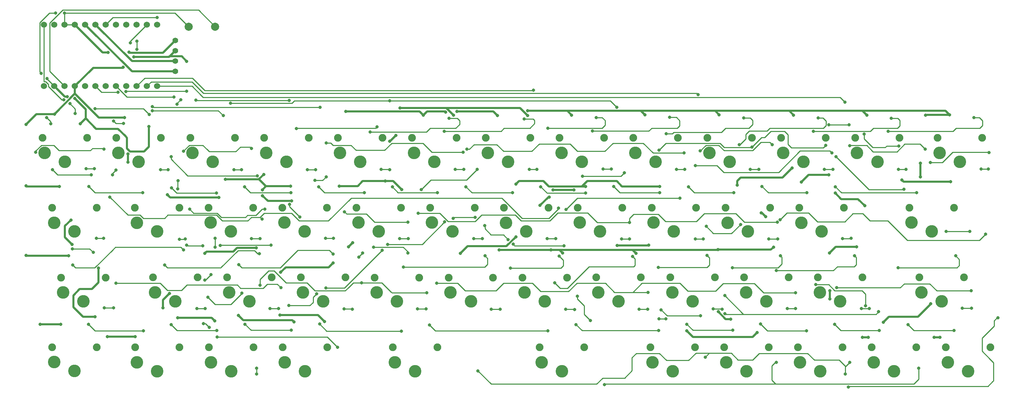
<source format=gtl>
G04 #@! TF.GenerationSoftware,KiCad,Pcbnew,(6.0.9)*
G04 #@! TF.CreationDate,2022-11-10T16:14:01+09:00*
G04 #@! TF.ProjectId,meow48,6d656f77-3438-42e6-9b69-6361645f7063,rev?*
G04 #@! TF.SameCoordinates,Original*
G04 #@! TF.FileFunction,Copper,L1,Top*
G04 #@! TF.FilePolarity,Positive*
%FSLAX46Y46*%
G04 Gerber Fmt 4.6, Leading zero omitted, Abs format (unit mm)*
G04 Created by KiCad (PCBNEW (6.0.9)) date 2022-11-10 16:14:01*
%MOMM*%
%LPD*%
G01*
G04 APERTURE LIST*
G04 #@! TA.AperFunction,WasherPad*
%ADD10C,1.900000*%
G04 #@! TD*
G04 #@! TA.AperFunction,WasherPad*
%ADD11C,3.100000*%
G04 #@! TD*
G04 #@! TA.AperFunction,ComponentPad*
%ADD12C,1.524000*%
G04 #@! TD*
G04 #@! TA.AperFunction,ComponentPad*
%ADD13C,2.000000*%
G04 #@! TD*
G04 #@! TA.AperFunction,ComponentPad*
%ADD14C,1.397000*%
G04 #@! TD*
G04 #@! TA.AperFunction,ViaPad*
%ADD15C,0.800000*%
G04 #@! TD*
G04 #@! TA.AperFunction,Conductor*
%ADD16C,0.250000*%
G04 #@! TD*
G04 #@! TA.AperFunction,Conductor*
%ADD17C,0.500000*%
G04 #@! TD*
G04 APERTURE END LIST*
D10*
X99990000Y-115390000D03*
D11*
X89490000Y-119090000D03*
X94490000Y-121290000D03*
D10*
X88990000Y-115390000D03*
X86300000Y-132650000D03*
D11*
X80800000Y-138550000D03*
D10*
X75300000Y-132650000D03*
D11*
X75800000Y-136350000D03*
X217580000Y-104080000D03*
X212580000Y-101880000D03*
D10*
X212080000Y-98180000D03*
X223080000Y-98180000D03*
X125410000Y-115400000D03*
D11*
X125910000Y-119100000D03*
D10*
X136410000Y-115400000D03*
D11*
X130910000Y-121300000D03*
X194330000Y-101860000D03*
D10*
X193830000Y-98160000D03*
X204830000Y-98160000D03*
D11*
X199330000Y-104060000D03*
X139670000Y-101860000D03*
D10*
X150170000Y-98160000D03*
X139170000Y-98160000D03*
D11*
X144670000Y-104060000D03*
D10*
X159220000Y-132660000D03*
D11*
X148720000Y-136360000D03*
X153720000Y-138560000D03*
D10*
X148220000Y-132660000D03*
D11*
X76310000Y-155790000D03*
X71310000Y-153590000D03*
D10*
X70810000Y-149890000D03*
X81810000Y-149890000D03*
D11*
X203510000Y-155790000D03*
X198510000Y-153590000D03*
D10*
X209010000Y-149890000D03*
X198010000Y-149890000D03*
X140980000Y-132660000D03*
D11*
X130480000Y-136360000D03*
D10*
X129980000Y-132660000D03*
D11*
X135480000Y-138560000D03*
X167390000Y-121300000D03*
X162390000Y-119100000D03*
D10*
X172890000Y-115400000D03*
X161890000Y-115400000D03*
X254720000Y-115400000D03*
X243720000Y-115400000D03*
D11*
X244220000Y-119100000D03*
X249220000Y-121300000D03*
X94020000Y-136350000D03*
X99020000Y-138550000D03*
D10*
X93520000Y-132650000D03*
X104520000Y-132650000D03*
D11*
X94550000Y-155790000D03*
D10*
X100050000Y-149890000D03*
X89050000Y-149890000D03*
D11*
X89550000Y-153590000D03*
D10*
X232140000Y-132640000D03*
D11*
X226640000Y-138540000D03*
X221640000Y-136340000D03*
D10*
X221140000Y-132640000D03*
D12*
X30152000Y-70183600D03*
X32692000Y-70183600D03*
X35232000Y-70183600D03*
X37772000Y-70183600D03*
X40312000Y-70183600D03*
X42852000Y-70183600D03*
X45392000Y-70183600D03*
X47932000Y-70183600D03*
X50472000Y-70183600D03*
X53012000Y-70183600D03*
X55552000Y-70183600D03*
X58092000Y-70183600D03*
X58092000Y-85403600D03*
X55552000Y-85403600D03*
X53012000Y-85403600D03*
X50472000Y-85403600D03*
X47932000Y-85403600D03*
X45392000Y-85403600D03*
X42852000Y-85403600D03*
X40312000Y-85403600D03*
X37772000Y-85403600D03*
X35232000Y-85403600D03*
X32692000Y-85403600D03*
X30152000Y-85403600D03*
D10*
X227240000Y-149900000D03*
D11*
X221740000Y-155800000D03*
X216740000Y-153600000D03*
D10*
X216240000Y-149900000D03*
D11*
X144150000Y-119110000D03*
D10*
X143650000Y-115410000D03*
X154650000Y-115410000D03*
D11*
X149150000Y-121310000D03*
D10*
X122740000Y-132660000D03*
D11*
X117240000Y-138560000D03*
D10*
X111740000Y-132660000D03*
D11*
X112240000Y-136360000D03*
X251200000Y-101850000D03*
X256200000Y-104050000D03*
D10*
X261700000Y-98150000D03*
X250700000Y-98150000D03*
D11*
X39860000Y-138570000D03*
X34860000Y-136370000D03*
D10*
X34360000Y-132670000D03*
X45360000Y-132670000D03*
X40780000Y-98180000D03*
D11*
X30280000Y-101880000D03*
X35280000Y-104080000D03*
D10*
X29780000Y-98180000D03*
X175600000Y-98160000D03*
X186600000Y-98160000D03*
D11*
X176100000Y-101860000D03*
X181100000Y-104060000D03*
D10*
X163490000Y-149920000D03*
D11*
X152990000Y-153620000D03*
X157990000Y-155820000D03*
D10*
X152490000Y-149920000D03*
D11*
X258210000Y-155790000D03*
D10*
X263710000Y-149890000D03*
D11*
X253210000Y-153590000D03*
D10*
X252710000Y-149890000D03*
X77250000Y-98160000D03*
X66250000Y-98160000D03*
D11*
X66750000Y-101860000D03*
X71750000Y-104060000D03*
D13*
X72372000Y-70685000D03*
X65872000Y-70685000D03*
D11*
X89960000Y-104080000D03*
X84960000Y-101880000D03*
D10*
X95460000Y-98180000D03*
X84460000Y-98180000D03*
X191100000Y-115400000D03*
X180100000Y-115400000D03*
D11*
X180600000Y-119100000D03*
X185600000Y-121300000D03*
X121750000Y-155810000D03*
D10*
X116250000Y-149910000D03*
X127250000Y-149910000D03*
D11*
X116750000Y-153610000D03*
X185280000Y-155790000D03*
X180280000Y-153590000D03*
D10*
X190780000Y-149890000D03*
X179780000Y-149890000D03*
D11*
X251650000Y-138500000D03*
D10*
X257150000Y-132600000D03*
D11*
X246650000Y-136300000D03*
D10*
X246150000Y-132600000D03*
X102690000Y-98180000D03*
D11*
X103190000Y-101880000D03*
X108190000Y-104080000D03*
D10*
X113690000Y-98180000D03*
D14*
X62530000Y-81730000D03*
X62530000Y-79190000D03*
X62530000Y-76650000D03*
X62530000Y-74110000D03*
D10*
X57060000Y-132650000D03*
D11*
X62560000Y-138550000D03*
D10*
X68060000Y-132650000D03*
D11*
X57560000Y-136350000D03*
D10*
X63590000Y-149885000D03*
D11*
X53090000Y-153585000D03*
X58090000Y-155785000D03*
D10*
X52590000Y-149885000D03*
D11*
X235810000Y-104080000D03*
D10*
X230310000Y-98180000D03*
D11*
X230810000Y-101880000D03*
D10*
X241310000Y-98180000D03*
X32110000Y-115410000D03*
D11*
X37610000Y-121310000D03*
D10*
X43110000Y-115410000D03*
D11*
X32610000Y-119110000D03*
X222040000Y-121310000D03*
D10*
X216540000Y-115410000D03*
D11*
X217040000Y-119110000D03*
D10*
X227540000Y-115410000D03*
X202920000Y-132640000D03*
D11*
X203420000Y-136340000D03*
D10*
X213920000Y-132640000D03*
D11*
X208420000Y-138540000D03*
D10*
X120940000Y-98180000D03*
X131940000Y-98180000D03*
D11*
X121440000Y-101880000D03*
X126440000Y-104080000D03*
X37630000Y-155760000D03*
D10*
X43130000Y-149860000D03*
X32130000Y-149860000D03*
D11*
X32630000Y-153560000D03*
X171960000Y-138540000D03*
X166960000Y-136340000D03*
D10*
X166460000Y-132640000D03*
X177460000Y-132640000D03*
D11*
X53490000Y-104080000D03*
D10*
X47990000Y-98180000D03*
X58990000Y-98180000D03*
D11*
X48490000Y-101880000D03*
X162900000Y-104060000D03*
X157900000Y-101860000D03*
D10*
X168400000Y-98160000D03*
X157400000Y-98160000D03*
D11*
X112710000Y-121300000D03*
X107710000Y-119100000D03*
D10*
X118210000Y-115400000D03*
X107210000Y-115400000D03*
D11*
X198820000Y-119110000D03*
D10*
X209320000Y-115410000D03*
D11*
X203820000Y-121310000D03*
D10*
X198320000Y-115410000D03*
D11*
X239950000Y-155795000D03*
D10*
X245450000Y-149895000D03*
X234450000Y-149895000D03*
D11*
X234950000Y-153595000D03*
X53050000Y-119110000D03*
D10*
X63550000Y-115410000D03*
D11*
X58050000Y-121310000D03*
D10*
X52550000Y-115410000D03*
D11*
X71270000Y-119100000D03*
D10*
X70770000Y-115400000D03*
X81770000Y-115400000D03*
D11*
X76270000Y-121300000D03*
D10*
X195700000Y-132640000D03*
D11*
X190200000Y-138540000D03*
D10*
X184700000Y-132640000D03*
D11*
X185200000Y-136340000D03*
D15*
X228834500Y-94940000D03*
X232590000Y-97254479D03*
X223050000Y-100030000D03*
X76150000Y-89630000D03*
X223844500Y-94957792D03*
X181930000Y-101195500D03*
X171530000Y-90629115D03*
X241058389Y-100177013D03*
X58070000Y-68470000D03*
X204837701Y-100467701D03*
X115470000Y-89000000D03*
X42560000Y-105810000D03*
X40540000Y-105790000D03*
X99780000Y-107770000D03*
X97034312Y-108665688D03*
X188100000Y-101920000D03*
X61480000Y-102840000D03*
X82770000Y-107510500D03*
X242344500Y-110872072D03*
X225640000Y-102840000D03*
X134480000Y-100970000D03*
X263380000Y-101830000D03*
X248930000Y-104260000D03*
X99765500Y-99400000D03*
X133590000Y-101710000D03*
X190905500Y-105000000D03*
X224580000Y-101860000D03*
X78890000Y-106060000D03*
X76980000Y-106030000D03*
X83915688Y-118205688D03*
X202040000Y-119540000D03*
X157140000Y-115550000D03*
X193560000Y-120030000D03*
X187080000Y-113050000D03*
X158965500Y-115890000D03*
X46405500Y-112780000D03*
X113370000Y-105970000D03*
X115430000Y-106000000D03*
X104285500Y-116400000D03*
X53046499Y-74273501D03*
X84649500Y-115790000D03*
X53016901Y-76293099D03*
X119900000Y-118960000D03*
X174610000Y-119090000D03*
X211100000Y-118970000D03*
X66080000Y-115800000D03*
X93262299Y-117747701D03*
X211840000Y-118370000D03*
X122485500Y-116750498D03*
X262550000Y-121920000D03*
X90690000Y-114620000D03*
X168090000Y-105850000D03*
X170180000Y-105850000D03*
X99700000Y-135215500D03*
X136538389Y-117777013D03*
X144689312Y-123269312D03*
X47061880Y-107336479D03*
X114920000Y-124455500D03*
X88590688Y-135180688D03*
X97399500Y-136664500D03*
X90595500Y-139590000D03*
X113550000Y-125904500D03*
X47902635Y-106128037D03*
X198180000Y-137130000D03*
X145925688Y-124435688D03*
X181940500Y-142830000D03*
X131080000Y-118055500D03*
X47850000Y-134020000D03*
X138930000Y-119870000D03*
X158430000Y-124800000D03*
X51456901Y-74733099D03*
X164984500Y-143260000D03*
X236130000Y-141100000D03*
X161760000Y-137280000D03*
X129001449Y-118926048D03*
X198193438Y-141576562D03*
X183639500Y-142830000D03*
X206570000Y-105970000D03*
X204410000Y-105940000D03*
X70560000Y-137540000D03*
X63187299Y-108722701D03*
X259000000Y-135910000D03*
X215590000Y-136400000D03*
X127055500Y-134010498D03*
X69350000Y-124810000D03*
X225803668Y-135165500D03*
X124580000Y-136430000D03*
X62964951Y-89875049D03*
X83470000Y-134565500D03*
X78959500Y-136550000D03*
X65350000Y-124690000D03*
X179240000Y-136310000D03*
X63152701Y-110737299D03*
X108530000Y-133940000D03*
X63854549Y-88715451D03*
X241050000Y-105940000D03*
X242870000Y-105970000D03*
X210870000Y-153620000D03*
X246009194Y-155070500D03*
X82630000Y-156514500D03*
X41810000Y-107330000D03*
X32190000Y-106000000D03*
X168442500Y-159102500D03*
X82610000Y-155065500D03*
X58895500Y-106010000D03*
X60790000Y-106010000D03*
X69482701Y-144062701D03*
X50316499Y-86763501D03*
X228680000Y-159674500D03*
X48368832Y-86865030D03*
X72375500Y-125130000D03*
X65364500Y-86680000D03*
X228980000Y-153620000D03*
X72870000Y-147350000D03*
X227900000Y-156524500D03*
X69855500Y-133250000D03*
X72377299Y-122962701D03*
X102560000Y-149850000D03*
X71304500Y-131930000D03*
X265570000Y-142610000D03*
X137232701Y-155702701D03*
X70937823Y-144995500D03*
X193350000Y-152300000D03*
X95160000Y-106000000D03*
X97130000Y-106000000D03*
X131610000Y-105910000D03*
X133700000Y-105910000D03*
X186240000Y-105940000D03*
X188270000Y-105940000D03*
X224870000Y-105910000D03*
X222690000Y-105910000D03*
X263230000Y-105850000D03*
X261410000Y-105820000D03*
X44820000Y-122990000D03*
X43100000Y-122970000D03*
X83430000Y-123040000D03*
X81370000Y-123040000D03*
X149910000Y-105970000D03*
X151790000Y-105970000D03*
X156450000Y-123060000D03*
X154350000Y-123060000D03*
X190860000Y-123090000D03*
X192800000Y-123130000D03*
X229320000Y-123000000D03*
X227190000Y-123030000D03*
X64994500Y-123167700D03*
X63545500Y-123177280D03*
X101600000Y-122970000D03*
X99600000Y-122970000D03*
X120030000Y-123060000D03*
X117900000Y-123030000D03*
X174660000Y-123090000D03*
X172650000Y-123130000D03*
X209040000Y-123090000D03*
X211170000Y-123090000D03*
X252820000Y-121250000D03*
X258610000Y-121290000D03*
X44990000Y-140140000D03*
X47309021Y-140180000D03*
X85910000Y-140300000D03*
X88010000Y-140320000D03*
X136170000Y-123060000D03*
X138300000Y-123060000D03*
X161100000Y-140540000D03*
X158850000Y-140510000D03*
X197520000Y-140450000D03*
X195330000Y-140390000D03*
X231880000Y-140330000D03*
X233860000Y-140360000D03*
X67860000Y-140340000D03*
X69910000Y-140360000D03*
X104160000Y-140390000D03*
X106260000Y-140450000D03*
X124400000Y-140420000D03*
X122310000Y-140420000D03*
X177030000Y-140450000D03*
X179090000Y-140450000D03*
X213570000Y-140330000D03*
X215640000Y-140360000D03*
X259040000Y-140250000D03*
X256800000Y-140250000D03*
X140550000Y-140480000D03*
X142680000Y-140510000D03*
X52280000Y-78160000D03*
X224030000Y-126560000D03*
X105267701Y-125082299D03*
X91280000Y-113739979D03*
X50850160Y-102155914D03*
X146570000Y-122590000D03*
X25690000Y-127200000D03*
X160340000Y-92530000D03*
X146650000Y-109560000D03*
X182090000Y-110150000D03*
X106282299Y-124047701D03*
X179377299Y-124692701D03*
X25690000Y-94850000D03*
X74930000Y-108360000D03*
X199592299Y-142952299D03*
X224041883Y-137951883D03*
X32730000Y-92270000D03*
X247690000Y-92530000D03*
X84070000Y-110985500D03*
X78120000Y-142050000D03*
X33950000Y-110170000D03*
X253600000Y-92470000D03*
X196760000Y-92470000D03*
X142000000Y-92620000D03*
X224062285Y-135882285D03*
X91000000Y-110130000D03*
X214780000Y-105600000D03*
X84370000Y-107190000D03*
X129264312Y-91835688D03*
X84081210Y-112434500D03*
X123760000Y-92590000D03*
X249010000Y-139120000D03*
X25690000Y-110010000D03*
X49668512Y-80741488D03*
X50030000Y-93150000D03*
X104630000Y-91670000D03*
X215120000Y-92530000D03*
X233210000Y-92590000D03*
X50852635Y-104202635D03*
X29205500Y-144220000D03*
X246462701Y-104392701D03*
X171580000Y-124730000D03*
X132035286Y-91670000D03*
X201220000Y-109810000D03*
X34260000Y-144190000D03*
X178480000Y-92500000D03*
X36230000Y-127240000D03*
X230680000Y-125080000D03*
X196530000Y-141114500D03*
X149489991Y-91478615D03*
X132920000Y-126650000D03*
X163820000Y-110210000D03*
X246447299Y-107767299D03*
X237330000Y-143680000D03*
X72232299Y-143362299D03*
X65364500Y-79300000D03*
X63160000Y-142610000D03*
X91830000Y-143650000D03*
X31840000Y-94700000D03*
X42764491Y-90956447D03*
X30750000Y-93119500D03*
X56140000Y-92410000D03*
X35023566Y-88775059D03*
X37830000Y-92180000D03*
X36505688Y-89695688D03*
X99370000Y-143500000D03*
X232680000Y-114930000D03*
X118030000Y-90820500D03*
X102972701Y-110087299D03*
X82480000Y-125344500D03*
X29427500Y-82220000D03*
X158120000Y-126610000D03*
X149490000Y-92680000D03*
X208240044Y-117600044D03*
X253914799Y-109014799D03*
X249785500Y-147410000D03*
X160890000Y-111045500D03*
X35169520Y-67294500D03*
X207120445Y-116670446D03*
X114330000Y-108850000D03*
X210160000Y-125130000D03*
X152570000Y-114840000D03*
X36790000Y-118460000D03*
X118390000Y-110955500D03*
X37070000Y-124470000D03*
X45963512Y-77036488D03*
X73260000Y-112870000D03*
X206120000Y-146210000D03*
X39090000Y-94720000D03*
X223840000Y-107290000D03*
X241899511Y-108590489D03*
X69855500Y-126700000D03*
X37772000Y-88429376D03*
X251234500Y-147410000D03*
X155720000Y-111045500D03*
X233594500Y-147440000D03*
X55990000Y-95380000D03*
X52667299Y-147287299D03*
X225410000Y-111790000D03*
X30876500Y-83514589D03*
X176240000Y-126700000D03*
X101500000Y-129040000D03*
X115454216Y-98971185D03*
X142462701Y-125837299D03*
X88340000Y-141900000D03*
X116990000Y-97550000D03*
X61079500Y-136590000D03*
X59487910Y-140153465D03*
X35844312Y-87954312D03*
X60630000Y-112250000D03*
X32997221Y-67317221D03*
X232145500Y-147440000D03*
X154832299Y-112797701D03*
X45735011Y-147260000D03*
X42740000Y-142370000D03*
X88558190Y-131381810D03*
X43600000Y-130320000D03*
X155287299Y-125837299D03*
X217054312Y-109075688D03*
X51100000Y-77000000D03*
X188800000Y-145780000D03*
X196487701Y-125732299D03*
X131190000Y-92560000D03*
X49785688Y-94615688D03*
X74360000Y-92690000D03*
X47310000Y-93999500D03*
X56825500Y-91460000D03*
X67649312Y-88870688D03*
X90630000Y-88900000D03*
X92433549Y-95894925D03*
X112320000Y-95480000D03*
X130100000Y-93350000D03*
X110604311Y-96745687D03*
X128950500Y-96529979D03*
X148640500Y-93464312D03*
X154475500Y-95770000D03*
X166400000Y-93150000D03*
X184580000Y-93090000D03*
X165530500Y-96494500D03*
X183704913Y-97126289D03*
X202820000Y-93250000D03*
X201770000Y-99810021D03*
X221180000Y-93280000D03*
X239270000Y-93290000D03*
X220030500Y-96529979D03*
X238460500Y-96529979D03*
X259600000Y-93170000D03*
X225460000Y-110230000D03*
X245520000Y-111710000D03*
X218410000Y-111740000D03*
X207350000Y-110200000D03*
X200350000Y-111710000D03*
X189200000Y-110260000D03*
X182050000Y-111710000D03*
X170770000Y-110200000D03*
X163810000Y-111770000D03*
X152720000Y-110260000D03*
X145790000Y-111740000D03*
X134290000Y-110230000D03*
X127240000Y-111710000D03*
X116090000Y-110260000D03*
X109210000Y-111710000D03*
X97910000Y-110260000D03*
X79670000Y-110260000D03*
X91040000Y-111710000D03*
X72680000Y-111770000D03*
X61620000Y-110540000D03*
X41190000Y-110200000D03*
X54470000Y-111710000D03*
X37100000Y-125580000D03*
X42300000Y-126470000D03*
X37250000Y-129560000D03*
X64540000Y-125800000D03*
X59950000Y-129590000D03*
X83280000Y-126749500D03*
X101500000Y-126850000D03*
X78210000Y-129500000D03*
X119900000Y-126630000D03*
X111500500Y-125135688D03*
X107827701Y-127642299D03*
X108802299Y-126567701D03*
X138980000Y-127310000D03*
X118800000Y-130110000D03*
X157270500Y-127400000D03*
X145295500Y-130300000D03*
X175390500Y-127444580D03*
X156190500Y-133960000D03*
X193794312Y-127224312D03*
X181775500Y-130200000D03*
X199995500Y-130230000D03*
X211880000Y-127280000D03*
X210837408Y-130954500D03*
X230180000Y-127280000D03*
X240895500Y-130260000D03*
X255140000Y-127280000D03*
X243400000Y-144280000D03*
X254730000Y-145720000D03*
X236280000Y-145750000D03*
X225280000Y-144250000D03*
X218320000Y-145790000D03*
X207010000Y-144150000D03*
X188800000Y-144210000D03*
X200080000Y-145690000D03*
X161470000Y-144280000D03*
X181870000Y-145750000D03*
X125300000Y-144370000D03*
X154510000Y-145820000D03*
X118370000Y-145880000D03*
X98150000Y-144150000D03*
X91190000Y-145690000D03*
X79730000Y-144210000D03*
X72760000Y-145720000D03*
X61550000Y-144280000D03*
X54650000Y-145790000D03*
X41120000Y-144210000D03*
X28110000Y-101720000D03*
X44930000Y-100980000D03*
X81300000Y-100740000D03*
X64570000Y-101480000D03*
X73630000Y-124780000D03*
X86170000Y-124620000D03*
X62194500Y-88080000D03*
X98300000Y-90600000D03*
X56825500Y-90410000D03*
X137030000Y-105970000D03*
X123210000Y-110955500D03*
X163020000Y-107670000D03*
X150930000Y-86350000D03*
X173400000Y-106750000D03*
X191610000Y-87450989D03*
X192200000Y-142110000D03*
X192100000Y-101410000D03*
X209820000Y-99810000D03*
X182460000Y-140630000D03*
X220642904Y-134433330D03*
X228960000Y-100090000D03*
X227800000Y-89390000D03*
X232870000Y-139605500D03*
X247600000Y-100950000D03*
D16*
X204770881Y-100534521D02*
X198018235Y-100534521D01*
X214560000Y-100600000D02*
X213730000Y-99770000D01*
X91315489Y-89624511D02*
X76155489Y-89624511D01*
X223050000Y-100030000D02*
X222480000Y-100600000D01*
X76155489Y-89624511D02*
X76150000Y-89630000D01*
X222480000Y-100600000D02*
X214560000Y-100600000D01*
X228834500Y-94940000D02*
X223862292Y-94940000D01*
X237725479Y-100554521D02*
X234820042Y-100554521D01*
X241058389Y-100177013D02*
X238102987Y-100177013D01*
X47105600Y-68470000D02*
X45392000Y-70183600D01*
X197011979Y-99528265D02*
X183597235Y-99528265D01*
X213730000Y-97380000D02*
X212930000Y-96580000D01*
X115470000Y-89000000D02*
X91940000Y-89000000D01*
X91940000Y-89000000D02*
X91315489Y-89624511D01*
X234704521Y-100554521D02*
X232590000Y-98440000D01*
X223862292Y-94940000D02*
X223844500Y-94957792D01*
X115470000Y-89000000D02*
X169900885Y-89000000D01*
X213730000Y-99770000D02*
X213730000Y-97380000D01*
X238102987Y-100177013D02*
X237725479Y-100554521D01*
X212930000Y-96580000D02*
X209530000Y-96580000D01*
X208000000Y-98110000D02*
X207195402Y-98110000D01*
X204837701Y-100467701D02*
X204770881Y-100534521D01*
X232590000Y-98440000D02*
X232590000Y-97254479D01*
X169900885Y-89000000D02*
X171530000Y-90629115D01*
X58070000Y-68470000D02*
X47105600Y-68470000D01*
X234820042Y-100554521D02*
X234704521Y-100554521D01*
X198018235Y-100534521D02*
X197011979Y-99528265D01*
X183597235Y-99528265D02*
X181930000Y-101195500D01*
X209530000Y-96580000D02*
X208000000Y-98110000D01*
X207195402Y-98110000D02*
X204837701Y-100467701D01*
X40540000Y-105790000D02*
X42540000Y-105790000D01*
X42540000Y-105790000D02*
X42560000Y-105810000D01*
X105885479Y-100005479D02*
X101505479Y-100005479D01*
X233725020Y-110925020D02*
X242291552Y-110925020D01*
X65570500Y-107510500D02*
X82770000Y-107510500D01*
X251860000Y-104260000D02*
X254390000Y-101730000D01*
X135100000Y-100970000D02*
X136250000Y-99820000D01*
X136250000Y-99820000D02*
X141870000Y-99820000D01*
X193030000Y-105000000D02*
X195890000Y-105000000D01*
X107120000Y-101240000D02*
X105885479Y-100005479D01*
X254390000Y-101730000D02*
X263280000Y-101730000D01*
X242291552Y-110925020D02*
X242344500Y-110872072D01*
X101505479Y-100005479D02*
X100900000Y-99400000D01*
X134480000Y-100970000D02*
X135100000Y-100970000D01*
X152350000Y-99680000D02*
X159970000Y-99680000D01*
X225640000Y-102840000D02*
X233725020Y-110925020D01*
X224120000Y-101400000D02*
X224580000Y-101860000D01*
X196260000Y-105000000D02*
X197960000Y-106700000D01*
X216750000Y-101400000D02*
X224120000Y-101400000D01*
X143540000Y-101490000D02*
X150540000Y-101490000D01*
X125890000Y-101710000D02*
X123660000Y-99480000D01*
X178060000Y-99490000D02*
X180490000Y-101920000D01*
X98860000Y-108690000D02*
X99780000Y-107770000D01*
X61480000Y-102840000D02*
X61480000Y-103420000D01*
X168560000Y-101460000D02*
X170530000Y-99490000D01*
X61480000Y-103420000D02*
X65570500Y-107510500D01*
X150540000Y-101490000D02*
X152350000Y-99680000D01*
X115970000Y-99480000D02*
X114210000Y-101240000D01*
X180490000Y-101920000D02*
X188100000Y-101920000D01*
X141870000Y-99820000D02*
X143540000Y-101490000D01*
X248930000Y-104260000D02*
X251860000Y-104260000D01*
X97034312Y-108665688D02*
X97058624Y-108690000D01*
X211450000Y-106700000D02*
X216750000Y-101400000D01*
X159970000Y-99680000D02*
X161750000Y-101460000D01*
X197960000Y-106700000D02*
X211450000Y-106700000D01*
X97058624Y-108690000D02*
X98860000Y-108690000D01*
X114210000Y-101240000D02*
X107120000Y-101240000D01*
X170530000Y-99490000D02*
X178060000Y-99490000D01*
X195890000Y-105000000D02*
X196260000Y-105000000D01*
X190905500Y-105000000D02*
X193030000Y-105000000D01*
X100900000Y-99400000D02*
X99765500Y-99400000D01*
X161750000Y-101460000D02*
X168560000Y-101460000D01*
X123660000Y-99480000D02*
X115970000Y-99480000D01*
X133590000Y-101710000D02*
X125890000Y-101710000D01*
X263280000Y-101730000D02*
X263380000Y-101830000D01*
X76980000Y-106030000D02*
X78860000Y-106030000D01*
X78860000Y-106030000D02*
X78890000Y-106060000D01*
X199800000Y-121780000D02*
X195310000Y-121780000D01*
X81965479Y-117774521D02*
X81855479Y-117774521D01*
X161784521Y-113025479D02*
X187055479Y-113025479D01*
X202040000Y-119540000D02*
X199800000Y-121780000D01*
X195310000Y-121780000D02*
X193560000Y-120030000D01*
X53826453Y-117235479D02*
X50860979Y-117235479D01*
X50860979Y-117235479D02*
X46405500Y-112780000D01*
X81455479Y-117774521D02*
X81295479Y-117774521D01*
X81855479Y-117774521D02*
X81455479Y-117774521D01*
X83915688Y-118205688D02*
X83484521Y-117774521D01*
X81295479Y-117774521D02*
X80400000Y-118670000D01*
X84489042Y-116770000D02*
X91260000Y-116770000D01*
X157140000Y-115650000D02*
X157140000Y-115550000D01*
X91260000Y-116770000D02*
X93110000Y-118620000D01*
X187055479Y-113025479D02*
X187080000Y-113050000D01*
X83484521Y-117774521D02*
X84489042Y-116770000D01*
X80400000Y-118670000D02*
X74120000Y-118670000D01*
X100340000Y-118620000D02*
X105934521Y-113025479D01*
X59880000Y-118050000D02*
X54640974Y-118050000D01*
X158965500Y-115844500D02*
X158965500Y-115890000D01*
X154760000Y-118030000D02*
X157140000Y-115650000D01*
X148160000Y-118030000D02*
X154760000Y-118030000D01*
X83484521Y-117774521D02*
X81965479Y-117774521D01*
X93110000Y-118620000D02*
X100340000Y-118620000D01*
X72675479Y-117225479D02*
X60704521Y-117225479D01*
X105934521Y-113025479D02*
X143155479Y-113025479D01*
X161784521Y-113025479D02*
X158965500Y-115844500D01*
X74120000Y-118670000D02*
X72675479Y-117225479D01*
X143155479Y-113025479D02*
X148160000Y-118030000D01*
X54640974Y-118050000D02*
X53826453Y-117235479D01*
X60704521Y-117225479D02*
X59880000Y-118050000D01*
X113370000Y-105970000D02*
X115400000Y-105970000D01*
X115400000Y-105970000D02*
X115430000Y-106000000D01*
X104845500Y-116960000D02*
X109700000Y-116960000D01*
X138104521Y-117235479D02*
X146445479Y-117235479D01*
X84000000Y-115790000D02*
X82464999Y-117325001D01*
X104285500Y-116400000D02*
X104845500Y-116960000D01*
X221020000Y-118860000D02*
X227780000Y-118860000D01*
X232190000Y-116890000D02*
X233960000Y-118660000D01*
X79865481Y-117774521D02*
X73884521Y-117774521D01*
X82464999Y-117325001D02*
X80315001Y-117325001D01*
X164320000Y-116710000D02*
X166700000Y-119090000D01*
X122485500Y-116750498D02*
X127850498Y-116750498D01*
X109700000Y-116960000D02*
X111180000Y-118440000D01*
X175640000Y-117020000D02*
X174610000Y-118050000D01*
X260980000Y-123490000D02*
X262550000Y-121920000D01*
X233960000Y-118660000D02*
X238240000Y-118660000D01*
X238420000Y-118660000D02*
X243250000Y-123490000D01*
X90690000Y-115175402D02*
X90690000Y-114620000D01*
X218870000Y-116710000D02*
X221020000Y-118860000D01*
X174610000Y-118050000D02*
X174610000Y-119090000D01*
X156920000Y-116710000D02*
X164320000Y-116710000D01*
X154850000Y-118660000D02*
X154970000Y-118660000D01*
X213500000Y-116710000D02*
X218870000Y-116710000D01*
X166700000Y-119090000D02*
X174610000Y-119090000D01*
X191140000Y-118840000D02*
X183550000Y-118840000D01*
X243250000Y-123490000D02*
X260470000Y-123490000D01*
X229750000Y-116890000D02*
X232190000Y-116890000D01*
X127850498Y-116750498D02*
X129880000Y-118780000D01*
X193130000Y-116850000D02*
X191140000Y-118840000D01*
X238240000Y-118660000D02*
X238420000Y-118660000D01*
X72880000Y-116770000D02*
X67050000Y-116770000D01*
X183550000Y-118840000D02*
X181730000Y-117020000D01*
X84649500Y-115790000D02*
X84000000Y-115790000D01*
X53016901Y-74303099D02*
X53046499Y-74273501D01*
X111180000Y-118440000D02*
X111700000Y-118960000D01*
X260470000Y-123490000D02*
X260980000Y-123490000D01*
X129880000Y-118780000D02*
X136560000Y-118780000D01*
X53016901Y-76293099D02*
X53016901Y-74303099D01*
X211840000Y-118370000D02*
X213500000Y-116710000D01*
X93262299Y-117747701D02*
X90690000Y-115175402D01*
X67050000Y-116770000D02*
X66080000Y-115800000D01*
X200890000Y-116850000D02*
X193130000Y-116850000D01*
X227780000Y-118860000D02*
X229750000Y-116890000D01*
X203010000Y-118970000D02*
X200890000Y-116850000D01*
X111700000Y-118960000D02*
X119900000Y-118960000D01*
X147870000Y-118660000D02*
X154850000Y-118660000D01*
X80315001Y-117325001D02*
X79865481Y-117774521D01*
X136560000Y-118780000D02*
X138104521Y-117235479D01*
X146445479Y-117235479D02*
X147870000Y-118660000D01*
X211100000Y-118970000D02*
X203010000Y-118970000D01*
X181730000Y-117020000D02*
X175640000Y-117020000D01*
X154970000Y-118660000D02*
X156920000Y-116710000D01*
X73884521Y-117774521D02*
X72880000Y-116770000D01*
X168090000Y-105850000D02*
X170180000Y-105850000D01*
X96560000Y-137504000D02*
X97399500Y-136664500D01*
X64080000Y-135790000D02*
X60610000Y-135790000D01*
X85220000Y-134270000D02*
X84200000Y-135290000D01*
X144689312Y-123269312D02*
X143540000Y-122120000D01*
X58840000Y-134020000D02*
X47850000Y-134020000D01*
X164984500Y-143260000D02*
X163450000Y-141725500D01*
X143540000Y-122120000D02*
X140470000Y-122120000D01*
X138960000Y-119900000D02*
X138930000Y-119870000D01*
X163450000Y-141725500D02*
X163450000Y-139650000D01*
X163450000Y-139650000D02*
X163450000Y-139620000D01*
X235510000Y-141720000D02*
X202770000Y-141720000D01*
X131080000Y-118055500D02*
X131358487Y-117777013D01*
X96560000Y-138790000D02*
X96560000Y-137504000D01*
X88590688Y-135180688D02*
X87680000Y-134270000D01*
X202770000Y-141720000D02*
X198180000Y-137130000D01*
X161760000Y-137930000D02*
X161760000Y-137280000D01*
X236130000Y-141100000D02*
X235510000Y-141720000D01*
X47061880Y-106968792D02*
X47902635Y-106128037D01*
X96500000Y-138850000D02*
X96560000Y-138790000D01*
X198336876Y-141720000D02*
X198193438Y-141576562D01*
X138960000Y-120610000D02*
X138960000Y-119900000D01*
X95760000Y-139590000D02*
X96500000Y-138850000D01*
X131358487Y-117777013D02*
X136538389Y-117777013D01*
X84200000Y-135290000D02*
X78650000Y-135290000D01*
X78650000Y-135290000D02*
X77835479Y-134475479D01*
X87680000Y-134270000D02*
X85220000Y-134270000D01*
X104239000Y-135215500D02*
X113550000Y-125904500D01*
X158430000Y-124800000D02*
X146290000Y-124800000D01*
X146290000Y-124800000D02*
X145925688Y-124435688D01*
X60610000Y-135790000D02*
X58840000Y-134020000D01*
X65394521Y-134475479D02*
X64080000Y-135790000D01*
X51456901Y-74278699D02*
X55552000Y-70183600D01*
X90595500Y-139590000D02*
X95760000Y-139590000D01*
X77835479Y-134475479D02*
X65394521Y-134475479D01*
X123471997Y-124455500D02*
X129001449Y-118926048D01*
X51456901Y-74733099D02*
X51456901Y-74278699D01*
X140470000Y-122120000D02*
X138960000Y-120610000D01*
X114920000Y-124455500D02*
X123471997Y-124455500D01*
X183639500Y-142830000D02*
X181940500Y-142830000D01*
X163450000Y-139620000D02*
X161760000Y-137930000D01*
X202770000Y-141720000D02*
X198336876Y-141720000D01*
X99700000Y-135215500D02*
X104239000Y-135215500D01*
X47061880Y-107336479D02*
X47061880Y-106968792D01*
X206540000Y-105940000D02*
X206570000Y-105970000D01*
X204410000Y-105940000D02*
X206540000Y-105940000D01*
X104450000Y-135940000D02*
X97030000Y-135940000D01*
X150680000Y-134060000D02*
X152740000Y-136120000D01*
X134040000Y-135910000D02*
X141740000Y-135910000D01*
X242430000Y-134180000D02*
X248740000Y-134180000D01*
X205460000Y-134120000D02*
X207740000Y-136400000D01*
X78959500Y-136590500D02*
X76220000Y-139330000D01*
X187090000Y-134090000D02*
X189000000Y-136000000D01*
X152740000Y-136120000D02*
X159550000Y-136120000D01*
X78959500Y-136550000D02*
X78959500Y-136590500D01*
X108530000Y-133940000D02*
X112570000Y-133940000D01*
X105260000Y-135130000D02*
X104450000Y-135940000D01*
X85600000Y-131010000D02*
X83470000Y-133140000D01*
X106450000Y-133940000D02*
X105260000Y-135130000D01*
X177720000Y-134090000D02*
X187090000Y-134090000D01*
X65470000Y-124810000D02*
X65350000Y-124690000D01*
X225803668Y-135165500D02*
X241444500Y-135165500D01*
X116010000Y-136430000D02*
X124580000Y-136430000D01*
X107060000Y-133940000D02*
X106450000Y-133940000D01*
X113090000Y-133940000D02*
X113400000Y-133940000D01*
X95012142Y-133942142D02*
X89892142Y-133942142D01*
X97030000Y-135940000D02*
X97010000Y-135940000D01*
X112570000Y-133940000D02*
X113090000Y-133940000D01*
X115800000Y-136220000D02*
X116010000Y-136430000D01*
X62964951Y-89605049D02*
X63854549Y-88715451D01*
X175500000Y-136310000D02*
X179240000Y-136310000D01*
X141740000Y-135910000D02*
X143590000Y-134060000D01*
X161640000Y-134030000D02*
X168670000Y-134030000D01*
X86950000Y-131010000D02*
X85600000Y-131010000D01*
X76220000Y-139330000D02*
X72350000Y-139330000D01*
X113400000Y-133940000D02*
X113520000Y-133940000D01*
X132190000Y-134060000D02*
X134040000Y-135910000D01*
X159550000Y-136120000D02*
X161640000Y-134030000D01*
X241444500Y-135165500D02*
X242430000Y-134180000D01*
X207740000Y-136400000D02*
X215590000Y-136400000D01*
X143590000Y-134060000D02*
X150680000Y-134060000D01*
X72350000Y-139330000D02*
X70560000Y-137540000D01*
X89892142Y-133942142D02*
X89882142Y-133942142D01*
X62964951Y-89875049D02*
X62964951Y-89605049D01*
X69350000Y-124810000D02*
X65470000Y-124810000D01*
X248740000Y-134180000D02*
X250470000Y-135910000D01*
X127055500Y-134010498D02*
X127105002Y-134060000D01*
X189000000Y-136000000D02*
X195870000Y-136000000D01*
X113520000Y-133940000D02*
X115800000Y-136220000D01*
X170950000Y-136310000D02*
X175500000Y-136310000D01*
X250470000Y-135910000D02*
X259000000Y-135910000D01*
X97010000Y-135940000D02*
X95012142Y-133942142D01*
X108530000Y-133940000D02*
X107060000Y-133940000D01*
X197350000Y-134520000D02*
X197750000Y-134120000D01*
X197750000Y-134120000D02*
X202090000Y-134120000D01*
X175500000Y-136310000D02*
X177720000Y-134090000D01*
X168670000Y-134030000D02*
X170950000Y-136310000D01*
X83470000Y-133140000D02*
X83470000Y-134565500D01*
X63152701Y-108757299D02*
X63187299Y-108722701D01*
X195870000Y-136000000D02*
X197350000Y-134520000D01*
X202090000Y-134120000D02*
X205460000Y-134120000D01*
X63152701Y-110737299D02*
X63152701Y-108757299D01*
X89882142Y-133942142D02*
X86950000Y-131010000D01*
X127105002Y-134060000D02*
X132190000Y-134060000D01*
X241050000Y-105940000D02*
X242840000Y-105940000D01*
X242840000Y-105940000D02*
X242870000Y-105970000D01*
X246009194Y-155070500D02*
X246009194Y-157760806D01*
X168595000Y-158950000D02*
X168442500Y-159102500D01*
X82630000Y-156514500D02*
X82630000Y-155085500D01*
X244820000Y-158950000D02*
X210850000Y-158950000D01*
X41810000Y-107330000D02*
X33520000Y-107330000D01*
X82630000Y-155085500D02*
X82610000Y-155065500D01*
X210850000Y-158950000D02*
X210680000Y-158950000D01*
X33520000Y-107330000D02*
X32190000Y-106000000D01*
X210850000Y-158950000D02*
X168595000Y-158950000D01*
X246009194Y-157760806D02*
X244820000Y-158950000D01*
X210680000Y-158950000D02*
X209760000Y-158030000D01*
X210620000Y-153620000D02*
X210870000Y-153620000D01*
X209760000Y-158030000D02*
X209760000Y-154480000D01*
X209760000Y-154480000D02*
X210620000Y-153620000D01*
X58895500Y-106010000D02*
X60790000Y-106010000D01*
X261640000Y-150850000D02*
X261640000Y-147850000D01*
X220290000Y-153040000D02*
X218620000Y-151370000D01*
X44313430Y-86865030D02*
X42852000Y-85403600D01*
X264460000Y-158154004D02*
X264460000Y-153670000D01*
X48368832Y-86865030D02*
X44313430Y-86865030D01*
X265350000Y-142610000D02*
X265570000Y-142610000D01*
X201430000Y-153010000D02*
X199760000Y-151340000D01*
X166510000Y-158950000D02*
X167990000Y-157470000D01*
X264460000Y-153670000D02*
X263560000Y-152770000D01*
X69482701Y-144062701D02*
X70005024Y-144062701D01*
X50400000Y-86680000D02*
X50316499Y-86763501D01*
X206640000Y-151370000D02*
X205000000Y-153010000D01*
X261640000Y-147850000D02*
X261640000Y-147600000D01*
X176310000Y-151370000D02*
X182030000Y-151370000D01*
X228814500Y-159540000D02*
X228680000Y-159674500D01*
X70005024Y-144062701D02*
X70937823Y-144995500D01*
X167990000Y-157470000D02*
X173440000Y-157470000D01*
X264610000Y-144630000D02*
X264610000Y-143350000D01*
X65364500Y-86680000D02*
X50400000Y-86680000D01*
X264252002Y-158362002D02*
X263074004Y-159540000D01*
X72870000Y-147350000D02*
X100060000Y-147350000D01*
X72375500Y-125130000D02*
X72375500Y-122964500D01*
X69984500Y-133250000D02*
X71304500Y-131930000D01*
X183790000Y-153130000D02*
X189240000Y-153130000D01*
X191030000Y-151340000D02*
X194990000Y-151340000D01*
X173440000Y-157470000D02*
X175240000Y-155670000D01*
X189240000Y-153130000D02*
X191030000Y-151340000D01*
X264610000Y-143350000D02*
X265350000Y-142610000D01*
X100060000Y-147350000D02*
X102560000Y-149850000D01*
X226360000Y-153040000D02*
X220290000Y-153040000D01*
X205000000Y-153010000D02*
X201430000Y-153010000D01*
X72375500Y-122964500D02*
X72377299Y-122962701D01*
X227960000Y-154640000D02*
X228980000Y-153620000D01*
X227960000Y-154640000D02*
X226360000Y-153040000D01*
X261640000Y-147600000D02*
X264610000Y-144630000D01*
X263074004Y-159540000D02*
X228814500Y-159540000D01*
X264252002Y-158362002D02*
X264460000Y-158154004D01*
X218620000Y-151370000D02*
X206640000Y-151370000D01*
X199760000Y-151340000D02*
X194990000Y-151340000D01*
X182030000Y-151370000D02*
X183790000Y-153130000D01*
X137232701Y-155702701D02*
X140480000Y-158950000D01*
X140480000Y-158950000D02*
X166510000Y-158950000D01*
X227900000Y-156524500D02*
X227900000Y-154700000D01*
X194990000Y-151340000D02*
X194310000Y-151340000D01*
X175240000Y-152440000D02*
X176310000Y-151370000D01*
X175240000Y-155670000D02*
X175240000Y-152440000D01*
X263560000Y-152770000D02*
X261640000Y-150850000D01*
X194310000Y-151340000D02*
X193350000Y-152300000D01*
X69855500Y-133250000D02*
X69984500Y-133250000D01*
X227900000Y-154700000D02*
X227960000Y-154640000D01*
X95160000Y-106000000D02*
X97130000Y-106000000D01*
X131610000Y-105910000D02*
X133700000Y-105910000D01*
X186240000Y-105940000D02*
X188270000Y-105940000D01*
X222690000Y-105910000D02*
X224870000Y-105910000D01*
X263200000Y-105820000D02*
X263230000Y-105850000D01*
X261410000Y-105820000D02*
X263200000Y-105820000D01*
X43100000Y-122970000D02*
X44800000Y-122970000D01*
X44800000Y-122970000D02*
X44820000Y-122990000D01*
X81370000Y-123040000D02*
X83430000Y-123040000D01*
X149910000Y-105970000D02*
X151790000Y-105970000D01*
X154350000Y-123060000D02*
X156450000Y-123060000D01*
X190860000Y-123090000D02*
X192760000Y-123090000D01*
X192760000Y-123090000D02*
X192800000Y-123130000D01*
X229290000Y-123030000D02*
X229320000Y-123000000D01*
X227190000Y-123030000D02*
X229290000Y-123030000D01*
X63545500Y-123177280D02*
X64984920Y-123177280D01*
X64984920Y-123177280D02*
X64994500Y-123167700D01*
X99600000Y-122970000D02*
X101600000Y-122970000D01*
X117900000Y-123030000D02*
X120000000Y-123030000D01*
X120000000Y-123030000D02*
X120030000Y-123060000D01*
X172650000Y-123130000D02*
X174620000Y-123130000D01*
X174620000Y-123130000D02*
X174660000Y-123090000D01*
X209040000Y-123090000D02*
X211170000Y-123090000D01*
X258570000Y-121250000D02*
X258610000Y-121290000D01*
X252820000Y-121250000D02*
X258570000Y-121250000D01*
X47269021Y-140140000D02*
X47309021Y-140180000D01*
X44990000Y-140140000D02*
X47269021Y-140140000D01*
X87990000Y-140300000D02*
X88010000Y-140320000D01*
X85910000Y-140300000D02*
X87990000Y-140300000D01*
X136170000Y-123060000D02*
X138300000Y-123060000D01*
X158850000Y-140510000D02*
X161070000Y-140510000D01*
X161070000Y-140510000D02*
X161100000Y-140540000D01*
X195330000Y-140390000D02*
X197460000Y-140390000D01*
X197460000Y-140390000D02*
X197520000Y-140450000D01*
X231880000Y-140330000D02*
X233830000Y-140330000D01*
X233830000Y-140330000D02*
X233860000Y-140360000D01*
X67860000Y-140340000D02*
X69890000Y-140340000D01*
X69890000Y-140340000D02*
X69910000Y-140360000D01*
X104160000Y-140390000D02*
X106200000Y-140390000D01*
X106200000Y-140390000D02*
X106260000Y-140450000D01*
X122310000Y-140420000D02*
X124400000Y-140420000D01*
X177030000Y-140450000D02*
X179090000Y-140450000D01*
X213570000Y-140330000D02*
X215610000Y-140330000D01*
X215610000Y-140330000D02*
X215640000Y-140360000D01*
X256800000Y-140250000D02*
X259040000Y-140250000D01*
X142650000Y-140480000D02*
X142680000Y-140510000D01*
X140550000Y-140480000D02*
X142650000Y-140480000D01*
D17*
X132035286Y-91670000D02*
X141050000Y-91670000D01*
X37772000Y-87228000D02*
X32730000Y-92270000D01*
X225480000Y-125110000D02*
X225510000Y-125080000D01*
X201220000Y-109810000D02*
X201220000Y-108800000D01*
X153370000Y-108860000D02*
X147350000Y-108860000D01*
X129098624Y-91670000D02*
X129264312Y-91835688D01*
X85386689Y-113739979D02*
X84081210Y-112434500D01*
X224062285Y-135882285D02*
X224062285Y-137931481D01*
X214068615Y-91478615D02*
X232098615Y-91478615D01*
X29205500Y-144220000D02*
X34230000Y-144220000D01*
X214068615Y-91478615D02*
X215120000Y-92530000D01*
X84070000Y-110985500D02*
X84925500Y-110130000D01*
X164181978Y-108860000D02*
X162845989Y-110195989D01*
X202060000Y-107960000D02*
X212420000Y-107960000D01*
X171490000Y-108860000D02*
X164181978Y-108860000D01*
X41300000Y-90756000D02*
X43694000Y-93150000D01*
X249010000Y-139180000D02*
X249010000Y-139120000D01*
X42240000Y-80840000D02*
X42240000Y-80935600D01*
X177458615Y-91478615D02*
X178480000Y-92500000D01*
X43694000Y-93150000D02*
X50030000Y-93150000D01*
X198367799Y-142952299D02*
X196530000Y-141114500D01*
X84925500Y-110075500D02*
X83210000Y-108360000D01*
X172780000Y-110150000D02*
X171490000Y-108860000D01*
X159288615Y-91478615D02*
X149489991Y-91478615D01*
X91280000Y-113739979D02*
X85386689Y-113739979D01*
X245830000Y-142360000D02*
X249010000Y-139180000D01*
X83210000Y-108360000D02*
X83210000Y-108350000D01*
X50850160Y-104200160D02*
X50852635Y-104202635D01*
X238650000Y-142360000D02*
X245830000Y-142360000D01*
X42240000Y-80935600D02*
X37772000Y-85403600D01*
X91400000Y-143220000D02*
X91830000Y-143650000D01*
X34230000Y-144220000D02*
X34260000Y-144190000D01*
X195768615Y-91478615D02*
X214068615Y-91478615D01*
X132920000Y-126650000D02*
X134680000Y-124890000D01*
X246462701Y-107751897D02*
X246447299Y-107767299D01*
X134680000Y-124890000D02*
X144270000Y-124890000D01*
X33950000Y-110170000D02*
X25850000Y-110170000D01*
X246462701Y-104392701D02*
X246462701Y-107751897D01*
X232098615Y-91478615D02*
X233210000Y-92590000D01*
X64106489Y-78041989D02*
X65364500Y-79300000D01*
X28270000Y-92270000D02*
X25690000Y-94850000D01*
X37772000Y-85403600D02*
X37772000Y-87228000D01*
X252608615Y-91478615D02*
X253600000Y-92470000D01*
X253600000Y-92470000D02*
X247750000Y-92470000D01*
X199592299Y-142952299D02*
X198367799Y-142952299D01*
X123760000Y-92590000D02*
X123760000Y-92560000D01*
X79290000Y-143220000D02*
X91400000Y-143220000D01*
X147350000Y-108860000D02*
X146650000Y-109560000D01*
X159288615Y-91478615D02*
X177458615Y-91478615D01*
X25850000Y-110170000D02*
X25690000Y-110010000D01*
X162845989Y-110195989D02*
X154705989Y-110195989D01*
X37772000Y-87228000D02*
X41300000Y-90756000D01*
X195768615Y-91478615D02*
X196760000Y-92470000D01*
X182090000Y-110150000D02*
X172780000Y-110150000D01*
X61020000Y-78160000D02*
X52280000Y-78160000D01*
X237330000Y-143680000D02*
X238650000Y-142360000D01*
X144270000Y-124890000D02*
X146570000Y-122590000D01*
X84925500Y-110130000D02*
X84925500Y-110075500D01*
X224062285Y-137931481D02*
X224041883Y-137951883D01*
X49570000Y-80840000D02*
X42240000Y-80840000D01*
X224030000Y-126560000D02*
X225480000Y-125110000D01*
X232098615Y-91478615D02*
X252608615Y-91478615D01*
X122840000Y-91670000D02*
X123760000Y-92590000D01*
X36230000Y-127240000D02*
X25730000Y-127240000D01*
X124650000Y-91670000D02*
X129098624Y-91670000D01*
X179340000Y-124730000D02*
X171580000Y-124730000D01*
X78120000Y-142050000D02*
X79290000Y-143220000D01*
X247750000Y-92470000D02*
X247690000Y-92530000D01*
X62530000Y-76650000D02*
X61020000Y-78160000D01*
X160340000Y-92530000D02*
X159288615Y-91478615D01*
X163805989Y-110195989D02*
X162845989Y-110195989D01*
X71480000Y-142610000D02*
X72232299Y-143362299D01*
X104630000Y-91670000D02*
X122840000Y-91670000D01*
X83210000Y-108350000D02*
X84370000Y-107190000D01*
X141050000Y-91670000D02*
X142000000Y-92620000D01*
X163820000Y-110210000D02*
X163805989Y-110195989D01*
X63160000Y-142610000D02*
X71480000Y-142610000D01*
X50850160Y-102155914D02*
X50850160Y-104200160D01*
X179377299Y-124692701D02*
X179340000Y-124730000D01*
X201220000Y-108800000D02*
X202060000Y-107960000D01*
X212420000Y-107960000D02*
X214780000Y-105600000D01*
X84925500Y-110130000D02*
X91000000Y-110130000D01*
X106282299Y-124067701D02*
X105267701Y-125082299D01*
X61138011Y-78041989D02*
X64106489Y-78041989D01*
X225510000Y-125080000D02*
X230680000Y-125080000D01*
X61020000Y-78160000D02*
X61138011Y-78041989D01*
X49668512Y-80741488D02*
X49570000Y-80840000D01*
X32730000Y-92270000D02*
X28270000Y-92270000D01*
X106282299Y-124047701D02*
X106282299Y-124067701D01*
X177458615Y-91478615D02*
X195768615Y-91478615D01*
X83210000Y-108360000D02*
X74930000Y-108360000D01*
X25730000Y-127240000D02*
X25690000Y-127200000D01*
X154705989Y-110195989D02*
X153370000Y-108860000D01*
X123760000Y-92560000D02*
X124650000Y-91670000D01*
D16*
X31840000Y-94209500D02*
X30750000Y-93119500D01*
X31840000Y-94700000D02*
X31840000Y-94209500D01*
X42764491Y-90956447D02*
X54686447Y-90956447D01*
X54686447Y-90956447D02*
X56140000Y-92410000D01*
X31238511Y-85486671D02*
X34541840Y-88790000D01*
X31238511Y-84953551D02*
X31238511Y-85486671D01*
X30152000Y-84239089D02*
X30524049Y-84239089D01*
X34541840Y-88790000D02*
X35008625Y-88790000D01*
X36505688Y-89695688D02*
X37810000Y-91000000D01*
X37810000Y-92160000D02*
X37830000Y-92180000D01*
X37810000Y-91000000D02*
X37810000Y-92160000D01*
X35008625Y-88790000D02*
X35023566Y-88775059D01*
X30152000Y-70183600D02*
X30152000Y-84239089D01*
X30524049Y-84239089D02*
X31238511Y-84953551D01*
D17*
X175377299Y-125837299D02*
X176240000Y-126700000D01*
D16*
X29065489Y-69733551D02*
X29065489Y-81857989D01*
D17*
X39720000Y-142370000D02*
X37350000Y-140000000D01*
D16*
X35232000Y-67356980D02*
X35232000Y-70183600D01*
D17*
X61079500Y-136590000D02*
X59487910Y-138181590D01*
X190340000Y-147320000D02*
X205010000Y-147320000D01*
X100389521Y-130150479D02*
X89789521Y-130150479D01*
X230930000Y-113300000D02*
X231050000Y-113300000D01*
X115454216Y-98971185D02*
X115568815Y-98971185D01*
X157347299Y-125837299D02*
X175377299Y-125837299D01*
X69855500Y-126700000D02*
X70275520Y-126279980D01*
X207310446Y-116670446D02*
X208240044Y-117600044D01*
X35242712Y-87954312D02*
X32692000Y-85403600D01*
X129450500Y-90820500D02*
X131190000Y-92560000D01*
X54810000Y-101500000D02*
X55990000Y-100320000D01*
X59600000Y-77040000D02*
X59497390Y-77142610D01*
X154612299Y-112797701D02*
X152570000Y-114840000D01*
X196487701Y-125732299D02*
X209557701Y-125732299D01*
X155287299Y-125837299D02*
X157347299Y-125837299D01*
X97770000Y-141900000D02*
X99370000Y-143500000D01*
X107362701Y-110087299D02*
X107562701Y-110087299D01*
X115568815Y-98971185D02*
X116990000Y-97550000D01*
X55990000Y-100320000D02*
X55990000Y-95380000D01*
X59487910Y-138181590D02*
X59487910Y-140153465D01*
X51242610Y-77142610D02*
X51100000Y-77000000D01*
X76820020Y-126279980D02*
X77755500Y-125344500D01*
X160890000Y-111045500D02*
X155720000Y-111045500D01*
X50220000Y-97720000D02*
X50550000Y-98050000D01*
X108800000Y-108850000D02*
X114330000Y-108850000D01*
X116284500Y-108850000D02*
X118390000Y-110955500D01*
X59497390Y-77142610D02*
X51242610Y-77142610D01*
X129450500Y-90820500D02*
X147630500Y-90820500D01*
X196382701Y-125837299D02*
X196487701Y-125732299D01*
D16*
X31481819Y-67317221D02*
X29065489Y-69733551D01*
D17*
X37350000Y-140000000D02*
X37350000Y-137060000D01*
X45963512Y-77036488D02*
X44624888Y-77036488D01*
X37070000Y-124470000D02*
X35310000Y-122710000D01*
X107562701Y-110087299D02*
X108800000Y-108850000D01*
X40440000Y-93370000D02*
X40440000Y-91097376D01*
X50630000Y-100740000D02*
X51390000Y-101500000D01*
X175377299Y-125837299D02*
X196382701Y-125837299D01*
X73260000Y-112870000D02*
X61250000Y-112870000D01*
X249785500Y-147410000D02*
X251234500Y-147410000D01*
D16*
X35169520Y-67294500D02*
X35232000Y-67356980D01*
D17*
X157347299Y-125837299D02*
X158120000Y-126610000D01*
X228610000Y-113300000D02*
X230930000Y-113300000D01*
X37350000Y-137060000D02*
X38910000Y-135500000D01*
X44624888Y-77036488D02*
X37772000Y-70183600D01*
D16*
X32997221Y-67317221D02*
X31481819Y-67317221D01*
X62481500Y-67294500D02*
X35169520Y-67294500D01*
D17*
X102972701Y-110087299D02*
X107362701Y-110087299D01*
X38910000Y-135500000D02*
X41960000Y-135500000D01*
X114330000Y-108850000D02*
X116284500Y-108850000D01*
X188800000Y-145780000D02*
X190340000Y-147320000D01*
X39090000Y-94720000D02*
X40440000Y-93370000D01*
X118030000Y-90820500D02*
X129450500Y-90820500D01*
X88340000Y-141900000D02*
X97770000Y-141900000D01*
X89789521Y-130150479D02*
X88558190Y-131381810D01*
X43600000Y-133860000D02*
X43600000Y-130320000D01*
D16*
X30876500Y-83514589D02*
X30876500Y-83588100D01*
D17*
X142462701Y-125837299D02*
X155287299Y-125837299D01*
X50550000Y-98050000D02*
X50630000Y-98130000D01*
X61250000Y-112870000D02*
X60630000Y-112250000D01*
X225410000Y-111790000D02*
X226820000Y-113200000D01*
D16*
X65872000Y-70685000D02*
X62481500Y-67294500D01*
D17*
X209557701Y-125732299D02*
X210160000Y-125130000D01*
X242323821Y-109014799D02*
X241899511Y-108590489D01*
X154832299Y-112797701D02*
X154612299Y-112797701D01*
X147630500Y-90820500D02*
X149490000Y-92680000D01*
D16*
X29065489Y-81857989D02*
X29427500Y-82220000D01*
D17*
X35844312Y-87954312D02*
X35242712Y-87954312D01*
X217054312Y-109075688D02*
X218840000Y-107290000D01*
X48440000Y-95940000D02*
X50220000Y-97720000D01*
X231050000Y-113300000D02*
X232680000Y-114930000D01*
X45762310Y-147287299D02*
X45735011Y-147260000D01*
X62530000Y-74110000D02*
X59600000Y-77040000D01*
X43010000Y-95940000D02*
X48440000Y-95940000D01*
X42740000Y-142370000D02*
X39720000Y-142370000D01*
X35310000Y-119940000D02*
X36790000Y-118460000D01*
X52667299Y-147287299D02*
X45762310Y-147287299D01*
X41960000Y-135500000D02*
X43600000Y-133860000D01*
X207120445Y-116670446D02*
X207310446Y-116670446D01*
D16*
X37772000Y-70183600D02*
X35232000Y-70183600D01*
D17*
X40440000Y-91097376D02*
X37772000Y-88429376D01*
X51390000Y-101500000D02*
X54810000Y-101500000D01*
X50630000Y-98130000D02*
X50630000Y-100740000D01*
X40440000Y-93370000D02*
X43010000Y-95940000D01*
X101500000Y-129040000D02*
X100389521Y-130150479D01*
D16*
X30876500Y-83588100D02*
X32692000Y-85403600D01*
D17*
X226920000Y-113300000D02*
X228610000Y-113300000D01*
X226820000Y-113200000D02*
X226920000Y-113300000D01*
X232145500Y-147440000D02*
X233594500Y-147440000D01*
X70275520Y-126279980D02*
X76820020Y-126279980D01*
X253914799Y-109014799D02*
X242323821Y-109014799D01*
X77755500Y-125344500D02*
X82480000Y-125344500D01*
X35310000Y-122710000D02*
X35310000Y-119940000D01*
X205010000Y-147320000D02*
X206120000Y-146210000D01*
X218840000Y-107290000D02*
X223840000Y-107290000D01*
D16*
X49785688Y-94615688D02*
X47926188Y-94615688D01*
X73130000Y-91460000D02*
X74360000Y-92690000D01*
X56825500Y-91460000D02*
X73130000Y-91460000D01*
X47926188Y-94615688D02*
X47310000Y-93999500D01*
X67649312Y-88870688D02*
X67678624Y-88900000D01*
X67678624Y-88900000D02*
X90630000Y-88900000D01*
X92522995Y-95805479D02*
X111994521Y-95805479D01*
X111994521Y-95805479D02*
X112320000Y-95480000D01*
X92433549Y-95894925D02*
X92522995Y-95805479D01*
X132690000Y-94840958D02*
X132720000Y-94810958D01*
X132160000Y-93350000D02*
X130100000Y-93350000D01*
X110604311Y-96745687D02*
X124516232Y-96745687D01*
X131725479Y-95805479D02*
X132690000Y-94840958D01*
X132720000Y-94810958D02*
X132720000Y-93910000D01*
X132720000Y-93910000D02*
X132160000Y-93350000D01*
X125456440Y-95805479D02*
X131725479Y-95805479D01*
X124516232Y-96745687D02*
X125456440Y-95805479D01*
X151210000Y-94630000D02*
X151210000Y-93830000D01*
X143686440Y-95785479D02*
X148355479Y-95785479D01*
X150054521Y-95785479D02*
X151210000Y-94630000D01*
X142941940Y-96529979D02*
X143686440Y-95785479D01*
X151210000Y-93830000D02*
X150844312Y-93464312D01*
X148355479Y-95785479D02*
X150054521Y-95785479D01*
X128950500Y-96529979D02*
X142941940Y-96529979D01*
X150844312Y-93464312D02*
X148640500Y-93464312D01*
X168620000Y-95040000D02*
X168620000Y-93870000D01*
X167900000Y-93150000D02*
X166400000Y-93150000D01*
X168620000Y-93870000D02*
X167900000Y-93150000D01*
X167890000Y-95770000D02*
X168620000Y-95040000D01*
X154475500Y-95770000D02*
X167890000Y-95770000D01*
X179407419Y-96494500D02*
X180116440Y-95785479D01*
X187010000Y-93890000D02*
X186210000Y-93090000D01*
X165530500Y-96494500D02*
X179407419Y-96494500D01*
X183915479Y-95785479D02*
X186414521Y-95785479D01*
X187010000Y-95190000D02*
X187010000Y-93890000D01*
X186210000Y-93090000D02*
X184580000Y-93090000D01*
X180116440Y-95785479D02*
X183915479Y-95785479D01*
X186414521Y-95785479D02*
X187010000Y-95190000D01*
X183704913Y-97126289D02*
X185233711Y-97126289D01*
X185570000Y-96790000D02*
X197341919Y-96790000D01*
X204074521Y-95785479D02*
X205010000Y-94850000D01*
X197341919Y-96790000D02*
X198346440Y-95785479D01*
X205010000Y-94850000D02*
X205010000Y-93800000D01*
X198346440Y-95785479D02*
X204074521Y-95785479D01*
X205010000Y-93800000D02*
X204460000Y-93250000D01*
X185233711Y-97126289D02*
X185570000Y-96790000D01*
X204460000Y-93250000D02*
X202820000Y-93250000D01*
X201929979Y-99810021D02*
X203340000Y-98400000D01*
X223120000Y-94140000D02*
X223120000Y-93990000D01*
X204180000Y-96450000D02*
X208580000Y-96450000D01*
X222444521Y-95805479D02*
X223120000Y-95130000D01*
X201770000Y-99810021D02*
X201929979Y-99810021D01*
X209224521Y-95805479D02*
X222444521Y-95805479D01*
X208580000Y-96450000D02*
X209224521Y-95805479D01*
X223120000Y-95130000D02*
X223120000Y-94140000D01*
X204060000Y-96570000D02*
X204180000Y-96450000D01*
X203340000Y-97290000D02*
X204060000Y-96570000D01*
X203340000Y-98400000D02*
X203340000Y-97290000D01*
X223120000Y-93990000D02*
X222410000Y-93280000D01*
X222410000Y-93280000D02*
X221180000Y-93280000D01*
X241360000Y-95170000D02*
X241360000Y-93810000D01*
X220030500Y-96529979D02*
X234101940Y-96529979D01*
X240724521Y-95805479D02*
X241360000Y-95170000D01*
X234101940Y-96529979D02*
X234826440Y-95805479D01*
X240365479Y-95805479D02*
X240724521Y-95805479D01*
X241360000Y-93810000D02*
X240840000Y-93290000D01*
X234826440Y-95805479D02*
X240365479Y-95805479D01*
X240840000Y-93290000D02*
X239270000Y-93290000D01*
X261760000Y-95080000D02*
X261760000Y-93910000D01*
X259805479Y-95775479D02*
X260844521Y-95775479D01*
X261760000Y-93910000D02*
X261020000Y-93170000D01*
X260844521Y-95775479D02*
X261064521Y-95775479D01*
X255216440Y-95775479D02*
X259805479Y-95775479D01*
X261020000Y-93170000D02*
X259600000Y-93170000D01*
X238460500Y-96529979D02*
X254461940Y-96529979D01*
X261064521Y-95775479D02*
X261760000Y-95080000D01*
X254461940Y-96529979D02*
X255216440Y-95775479D01*
X226940000Y-111710000D02*
X245520000Y-111710000D01*
X225460000Y-110230000D02*
X226940000Y-111710000D01*
X208890000Y-111740000D02*
X218410000Y-111740000D01*
X207350000Y-110200000D02*
X208890000Y-111740000D01*
X189200000Y-110260000D02*
X190650000Y-111710000D01*
X190650000Y-111710000D02*
X200350000Y-111710000D01*
X170770000Y-110200000D02*
X172220000Y-111650000D01*
X172220000Y-111650000D02*
X172280000Y-111710000D01*
X172280000Y-111710000D02*
X182050000Y-111710000D01*
X152720000Y-110260000D02*
X154110000Y-111650000D01*
X154230000Y-111770000D02*
X163810000Y-111770000D01*
X154110000Y-111650000D02*
X154230000Y-111770000D01*
X135800000Y-111740000D02*
X145790000Y-111740000D01*
X134290000Y-110230000D02*
X135800000Y-111740000D01*
X127210000Y-111680000D02*
X127240000Y-111710000D01*
X117900000Y-111680000D02*
X127210000Y-111680000D01*
X116090000Y-110260000D02*
X117510000Y-111680000D01*
X117510000Y-111680000D02*
X117900000Y-111680000D01*
X97910000Y-110260000D02*
X99390000Y-111740000D01*
X109180000Y-111740000D02*
X109210000Y-111710000D01*
X99390000Y-111740000D02*
X109180000Y-111740000D01*
X79670000Y-110260000D02*
X81110000Y-111700000D01*
X81120000Y-111710000D02*
X91040000Y-111710000D01*
X81110000Y-111700000D02*
X81120000Y-111710000D01*
X72680000Y-111770000D02*
X62850000Y-111770000D01*
X62850000Y-111770000D02*
X61620000Y-110540000D01*
X54470000Y-111710000D02*
X42700000Y-111710000D01*
X42700000Y-111710000D02*
X41190000Y-110200000D01*
X41410000Y-125580000D02*
X42300000Y-126470000D01*
X37100000Y-125580000D02*
X41410000Y-125580000D01*
X47750000Y-125150000D02*
X63890000Y-125150000D01*
X37250000Y-129560000D02*
X37930000Y-130240000D01*
X37930000Y-130240000D02*
X42655386Y-130240000D01*
X63890000Y-125150000D02*
X64540000Y-125800000D01*
X47095386Y-125800000D02*
X47100000Y-125800000D01*
X47100000Y-125800000D02*
X47750000Y-125150000D01*
X42655386Y-130240000D02*
X47095386Y-125800000D01*
X78000000Y-126020000D02*
X73840000Y-130180000D01*
X82130886Y-126020000D02*
X78000000Y-126020000D01*
X73780000Y-130240000D02*
X61160000Y-130240000D01*
X60600000Y-130240000D02*
X59950000Y-129590000D01*
X82860386Y-126749500D02*
X82130886Y-126020000D01*
X73840000Y-130180000D02*
X73780000Y-130240000D01*
X83280000Y-126749500D02*
X82860386Y-126749500D01*
X61160000Y-130240000D02*
X60600000Y-130240000D01*
X78210000Y-129500000D02*
X78985479Y-130275479D01*
X78985479Y-130275479D02*
X88404521Y-130275479D01*
X88404521Y-130275479D02*
X92760000Y-125920000D01*
X92760000Y-125920000D02*
X100570000Y-125920000D01*
X100570000Y-125920000D02*
X101500000Y-126850000D01*
X107827701Y-127642299D02*
X107827701Y-127542299D01*
X111500500Y-125135688D02*
X111544812Y-125180000D01*
X119900000Y-126290000D02*
X119900000Y-126630000D01*
X107827701Y-127542299D02*
X108802299Y-126567701D01*
X111544812Y-125180000D02*
X118790000Y-125180000D01*
X118790000Y-125180000D02*
X119900000Y-126290000D01*
X139590000Y-127920000D02*
X138980000Y-127310000D01*
X118800000Y-130110000D02*
X138890000Y-130110000D01*
X138890000Y-130110000D02*
X139590000Y-129410000D01*
X139590000Y-129410000D02*
X139590000Y-127920000D01*
X158270000Y-129730000D02*
X158270000Y-128399500D01*
X145295500Y-130300000D02*
X145310021Y-130285479D01*
X158270000Y-128399500D02*
X157270500Y-127400000D01*
X157714521Y-130285479D02*
X158270000Y-129730000D01*
X145310021Y-130285479D02*
X157714521Y-130285479D01*
X164580000Y-130050000D02*
X164610000Y-130020000D01*
X175280000Y-130020000D02*
X175670000Y-130020000D01*
X176010000Y-129680000D02*
X176010000Y-128064080D01*
X156190500Y-133960000D02*
X157550500Y-135320000D01*
X159310000Y-135320000D02*
X164240000Y-130390000D01*
X164610000Y-130020000D02*
X175280000Y-130020000D01*
X175670000Y-130020000D02*
X176010000Y-129680000D01*
X159190000Y-135320000D02*
X159310000Y-135320000D01*
X164240000Y-130390000D02*
X164580000Y-130050000D01*
X157550500Y-135320000D02*
X159190000Y-135320000D01*
X176010000Y-128064080D02*
X175390500Y-127444580D01*
X194350000Y-129580000D02*
X194350000Y-127780000D01*
X193730000Y-130200000D02*
X194350000Y-129580000D01*
X181775500Y-130200000D02*
X193730000Y-130200000D01*
X194350000Y-127780000D02*
X193794312Y-127224312D01*
X212250000Y-127870000D02*
X212250000Y-127650000D01*
X212250000Y-129270000D02*
X212250000Y-127870000D01*
X211290000Y-130230000D02*
X212250000Y-129270000D01*
X199995500Y-130230000D02*
X211290000Y-130230000D01*
X212250000Y-127650000D02*
X211880000Y-127280000D01*
X230080000Y-130020000D02*
X230610000Y-129490000D01*
X230610000Y-129490000D02*
X230610000Y-127770000D01*
X229720000Y-130020000D02*
X230080000Y-130020000D01*
X225901919Y-130020000D02*
X229720000Y-130020000D01*
X224967419Y-130954500D02*
X225901919Y-130020000D01*
X230610000Y-127710000D02*
X230180000Y-127280000D01*
X210837408Y-130954500D02*
X224967419Y-130954500D01*
X230610000Y-127770000D02*
X230610000Y-127710000D01*
X255484521Y-130225479D02*
X256030000Y-129680000D01*
X240930021Y-130225479D02*
X255484521Y-130225479D01*
X256030000Y-129680000D02*
X256030000Y-128170000D01*
X256030000Y-128170000D02*
X255140000Y-127280000D01*
X240895500Y-130260000D02*
X240930021Y-130225479D01*
X244840000Y-145720000D02*
X254730000Y-145720000D01*
X243400000Y-144280000D02*
X244840000Y-145720000D01*
X225280000Y-144250000D02*
X226780000Y-145750000D01*
X226780000Y-145750000D02*
X236280000Y-145750000D01*
X208650000Y-145790000D02*
X218320000Y-145790000D01*
X207010000Y-144150000D02*
X208650000Y-145790000D01*
X190280000Y-145690000D02*
X200080000Y-145690000D01*
X188800000Y-144210000D02*
X190280000Y-145690000D01*
X162940000Y-145750000D02*
X181870000Y-145750000D01*
X161470000Y-144280000D02*
X162940000Y-145750000D01*
X125300000Y-144370000D02*
X126750000Y-145820000D01*
X126750000Y-145820000D02*
X154510000Y-145820000D01*
X98150000Y-144150000D02*
X99880000Y-145880000D01*
X99880000Y-145880000D02*
X118370000Y-145880000D01*
X81210000Y-145690000D02*
X91190000Y-145690000D01*
X79730000Y-144210000D02*
X81210000Y-145690000D01*
X62990000Y-145720000D02*
X72760000Y-145720000D01*
X61550000Y-144280000D02*
X62990000Y-145720000D01*
X42700000Y-145790000D02*
X54650000Y-145790000D01*
X41120000Y-144210000D02*
X42700000Y-145790000D01*
D17*
X51858400Y-81730000D02*
X40312000Y-70183600D01*
X62530000Y-81730000D02*
X51858400Y-81730000D01*
X51858400Y-79190000D02*
X42852000Y-70183600D01*
X62530000Y-79190000D02*
X51858400Y-79190000D01*
D16*
X32535479Y-100005479D02*
X33840000Y-101310000D01*
X32415479Y-100005479D02*
X32535479Y-100005479D01*
X41560000Y-101310000D02*
X42120000Y-100750000D01*
X28110000Y-101399026D02*
X29503547Y-100005479D01*
X33840000Y-101310000D02*
X41410000Y-101310000D01*
X28110000Y-101720000D02*
X28110000Y-101399026D01*
X44700000Y-100750000D02*
X44930000Y-100980000D01*
X29503547Y-100005479D02*
X32285479Y-100005479D01*
X42120000Y-100750000D02*
X44700000Y-100750000D01*
X41410000Y-101310000D02*
X41560000Y-101310000D01*
X32285479Y-100005479D02*
X32415479Y-100005479D01*
X50608400Y-88080000D02*
X47932000Y-85403600D01*
X64570000Y-101480000D02*
X64570000Y-101389026D01*
X69325479Y-99985479D02*
X70390000Y-101050000D01*
X64570000Y-101389026D02*
X65973547Y-99985479D01*
X65973547Y-99985479D02*
X68085479Y-99985479D01*
X77450000Y-101580000D02*
X78590000Y-100440000D01*
X70920000Y-101580000D02*
X77410000Y-101580000D01*
X77410000Y-101580000D02*
X77450000Y-101580000D01*
X68085479Y-99985479D02*
X69325479Y-99985479D01*
X78590000Y-100440000D02*
X81000000Y-100440000D01*
X73790000Y-124620000D02*
X73630000Y-124780000D01*
X86170000Y-124620000D02*
X73790000Y-124620000D01*
X62194500Y-88080000D02*
X50608400Y-88080000D01*
X70390000Y-101050000D02*
X70920000Y-101580000D01*
X81000000Y-100440000D02*
X81300000Y-100740000D01*
X125575500Y-108590000D02*
X123210000Y-110955500D01*
X134410000Y-108590000D02*
X125575500Y-108590000D01*
X57015060Y-90599560D02*
X98299560Y-90599560D01*
X98299560Y-90599560D02*
X98300000Y-90600000D01*
X137030000Y-105970000D02*
X134410000Y-108590000D01*
X56825500Y-90410000D02*
X57015060Y-90599560D01*
X172510000Y-107640000D02*
X172480000Y-107670000D01*
X53012000Y-85403600D02*
X54965600Y-83450000D01*
X173400000Y-106750000D02*
X172510000Y-107640000D01*
X66780000Y-83450000D02*
X69800000Y-86470000D01*
X172480000Y-107670000D02*
X163020000Y-107670000D01*
X69800000Y-86470000D02*
X150810000Y-86470000D01*
X54965600Y-83450000D02*
X66780000Y-83450000D01*
X150810000Y-86470000D02*
X150930000Y-86350000D01*
X66717089Y-84317089D02*
X69510000Y-87110000D01*
X193524521Y-99985479D02*
X196655479Y-99985479D01*
X55552000Y-85403600D02*
X56638511Y-84317089D01*
X191269011Y-87110000D02*
X191610000Y-87450989D01*
X183940000Y-142110000D02*
X182460000Y-140630000D01*
X209290000Y-99280000D02*
X209820000Y-99810000D01*
X56638511Y-84317089D02*
X66717089Y-84317089D01*
X205020000Y-101310000D02*
X207050000Y-99280000D01*
X69510000Y-87110000D02*
X190040000Y-87110000D01*
X192100000Y-101410000D02*
X193524521Y-99985479D01*
X190040000Y-87110000D02*
X191269011Y-87110000D01*
X197980000Y-101310000D02*
X198880000Y-101310000D01*
X196655479Y-99985479D02*
X197980000Y-101310000D01*
X204960000Y-101310000D02*
X205020000Y-101310000D01*
X192200000Y-142110000D02*
X183940000Y-142110000D01*
X207050000Y-99280000D02*
X209290000Y-99280000D01*
X198880000Y-101310000D02*
X204960000Y-101310000D01*
X246330000Y-99680000D02*
X247600000Y-100950000D01*
X223813330Y-134433330D02*
X225210000Y-135830000D01*
X228960000Y-100090000D02*
X229044521Y-100005479D01*
X220642904Y-134433330D02*
X223813330Y-134433330D01*
X225270000Y-135890000D02*
X232010000Y-135890000D01*
X66643600Y-85403600D02*
X68920000Y-87680000D01*
X232870000Y-136750000D02*
X232870000Y-139605500D01*
X240660000Y-101600000D02*
X242580000Y-99680000D01*
X69415489Y-88175489D02*
X226585489Y-88175489D01*
X242580000Y-99680000D02*
X246330000Y-99680000D01*
X58092000Y-85403600D02*
X66643600Y-85403600D01*
X225210000Y-135830000D02*
X225270000Y-135890000D01*
X68920000Y-87680000D02*
X69415489Y-88175489D01*
X232010000Y-135890000D02*
X232870000Y-136750000D01*
X233185479Y-100005479D02*
X234530000Y-101350000D01*
X234530000Y-101350000D02*
X234780000Y-101600000D01*
X234780000Y-101600000D02*
X240660000Y-101600000D01*
X226585489Y-88175489D02*
X227800000Y-89390000D01*
X229044521Y-100005479D02*
X233185479Y-100005479D01*
X31580000Y-81751600D02*
X35232000Y-85403600D01*
X72372000Y-70685000D02*
X68257000Y-66570000D01*
X31580000Y-69759040D02*
X31580000Y-81751600D01*
X34769040Y-66570000D02*
X31580000Y-69759040D01*
X68257000Y-66570000D02*
X34769040Y-66570000D01*
M02*

</source>
